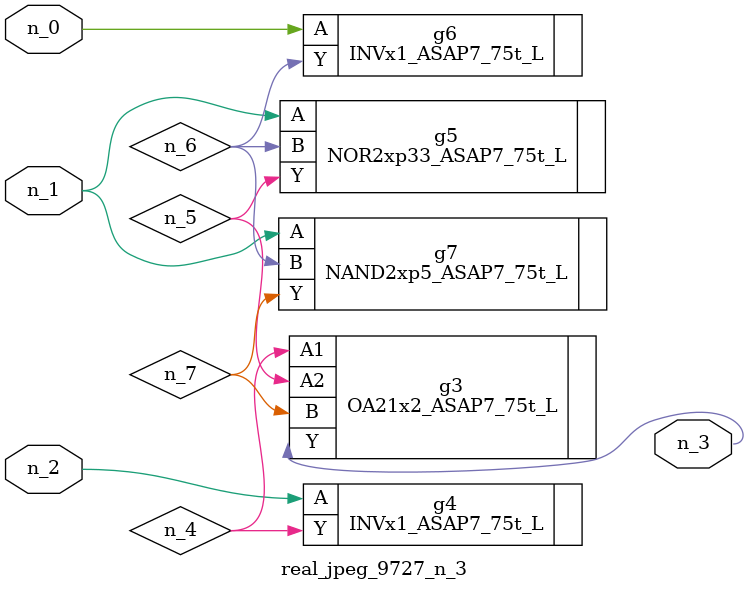
<source format=v>
module real_jpeg_9727_n_3 (n_1, n_0, n_2, n_3);

input n_1;
input n_0;
input n_2;

output n_3;

wire n_5;
wire n_4;
wire n_6;
wire n_7;

INVx1_ASAP7_75t_L g6 ( 
.A(n_0),
.Y(n_6)
);

NOR2xp33_ASAP7_75t_L g5 ( 
.A(n_1),
.B(n_6),
.Y(n_5)
);

NAND2xp5_ASAP7_75t_L g7 ( 
.A(n_1),
.B(n_6),
.Y(n_7)
);

INVx1_ASAP7_75t_L g4 ( 
.A(n_2),
.Y(n_4)
);

OA21x2_ASAP7_75t_L g3 ( 
.A1(n_4),
.A2(n_5),
.B(n_7),
.Y(n_3)
);


endmodule
</source>
